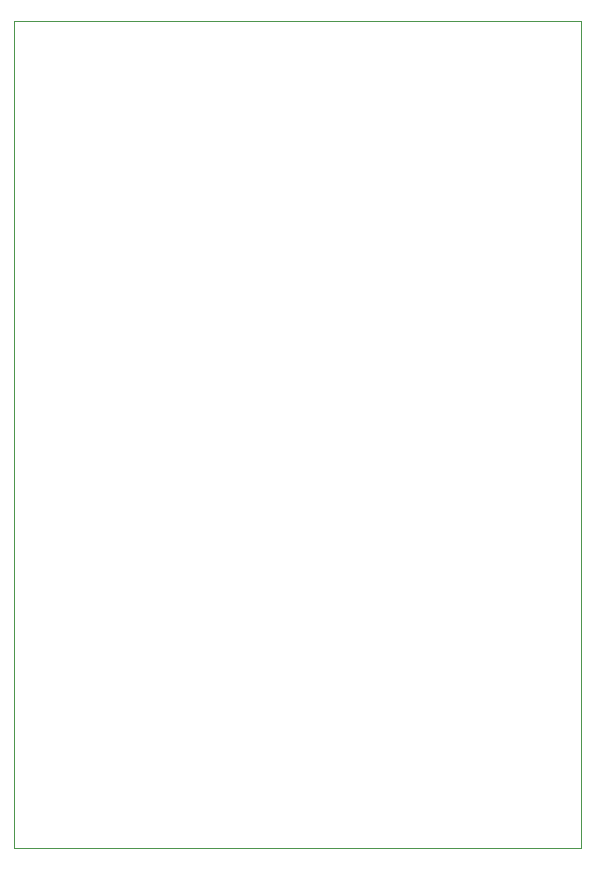
<source format=gbr>
G04 #@! TF.GenerationSoftware,KiCad,Pcbnew,8.0.1-8.0.1-0~ubuntu20.04.1*
G04 #@! TF.CreationDate,2024-10-06T11:07:14+02:00*
G04 #@! TF.ProjectId,multiroomroom_board,6d756c74-6972-46f6-9f6d-726f6f6d5f62,rev?*
G04 #@! TF.SameCoordinates,Original*
G04 #@! TF.FileFunction,Profile,NP*
%FSLAX46Y46*%
G04 Gerber Fmt 4.6, Leading zero omitted, Abs format (unit mm)*
G04 Created by KiCad (PCBNEW 8.0.1-8.0.1-0~ubuntu20.04.1) date 2024-10-06 11:07:14*
%MOMM*%
%LPD*%
G01*
G04 APERTURE LIST*
G04 #@! TA.AperFunction,Profile*
%ADD10C,0.050000*%
G04 #@! TD*
G04 APERTURE END LIST*
D10*
X132000000Y-61000000D02*
X180000000Y-61000000D01*
X180000000Y-131000000D01*
X132000000Y-131000000D01*
X132000000Y-61000000D01*
M02*

</source>
